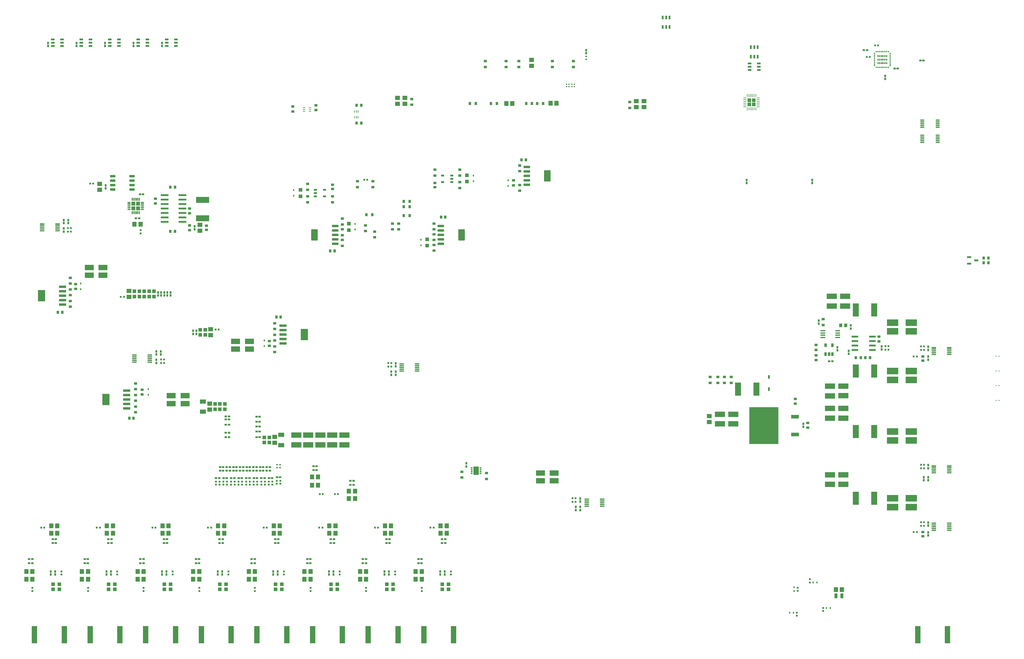
<source format=gbr>
%TF.GenerationSoftware,Altium Limited,Altium Designer,22.6.1 (34)*%
G04 Layer_Color=128*
%FSLAX26Y26*%
%MOIN*%
%TF.SameCoordinates,08F94D22-2ED8-4738-ABBF-34BB79D8E07D*%
%TF.FilePolarity,Positive*%
%TF.FileFunction,Paste,Bot*%
%TF.Part,Single*%
G01*
G75*
%TA.AperFunction,SMDPad,CuDef*%
%ADD19R,0.035433X0.027559*%
%ADD21R,0.025984X0.024409*%
%ADD26R,0.023228X0.024409*%
%ADD27R,0.029528X0.035433*%
%ADD29R,0.021654X0.017716*%
%ADD36R,0.024409X0.025984*%
%ADD37R,0.027559X0.035433*%
%ADD41R,0.055118X0.045276*%
%ADD45R,0.037402X0.031496*%
%ADD46O,0.053150X0.011811*%
G04:AMPARAMS|DCode=50|XSize=21.654mil|YSize=31.496mil|CornerRadius=1.949mil|HoleSize=0mil|Usage=FLASHONLY|Rotation=90.000|XOffset=0mil|YOffset=0mil|HoleType=Round|Shape=RoundedRectangle|*
%AMROUNDEDRECTD50*
21,1,0.021654,0.027599,0,0,90.0*
21,1,0.017756,0.031496,0,0,90.0*
1,1,0.003898,0.013799,0.008878*
1,1,0.003898,0.013799,-0.008878*
1,1,0.003898,-0.013799,-0.008878*
1,1,0.003898,-0.013799,0.008878*
%
%ADD50ROUNDEDRECTD50*%
%ADD52R,0.023622X0.021654*%
%TA.AperFunction,ConnectorPad*%
%ADD57R,0.062992X0.192913*%
%TA.AperFunction,SMDPad,CuDef*%
%ADD68R,0.035433X0.029528*%
%ADD72R,0.049213X0.023622*%
%ADD73R,0.026000X0.009000*%
%ADD76R,0.031496X0.037402*%
%ADD83R,0.024409X0.023228*%
%ADD97R,0.039370X0.041339*%
%ADD99R,0.045276X0.055118*%
%ADD103R,0.029528X0.037008*%
%ADD185R,0.035827X0.054724*%
%ADD186R,0.016535X0.024409*%
%ADD187R,0.024409X0.016535*%
%ADD188R,0.015748X0.021654*%
G04:AMPARAMS|DCode=189|XSize=23.622mil|YSize=70.866mil|CornerRadius=2.008mil|HoleSize=0mil|Usage=FLASHONLY|Rotation=270.000|XOffset=0mil|YOffset=0mil|HoleType=Round|Shape=RoundedRectangle|*
%AMROUNDEDRECTD189*
21,1,0.023622,0.066850,0,0,270.0*
21,1,0.019606,0.070866,0,0,270.0*
1,1,0.004016,-0.033425,-0.009803*
1,1,0.004016,-0.033425,0.009803*
1,1,0.004016,0.033425,0.009803*
1,1,0.004016,0.033425,-0.009803*
%
%ADD189ROUNDEDRECTD189*%
G04:AMPARAMS|DCode=190|XSize=124.016mil|YSize=70.866mil|CornerRadius=2.126mil|HoleSize=0mil|Usage=FLASHONLY|Rotation=270.000|XOffset=0mil|YOffset=0mil|HoleType=Round|Shape=RoundedRectangle|*
%AMROUNDEDRECTD190*
21,1,0.124016,0.066614,0,0,270.0*
21,1,0.119764,0.070866,0,0,270.0*
1,1,0.004252,-0.033307,-0.059882*
1,1,0.004252,-0.033307,0.059882*
1,1,0.004252,0.033307,0.059882*
1,1,0.004252,0.033307,-0.059882*
%
%ADD190ROUNDEDRECTD190*%
G04:AMPARAMS|DCode=191|XSize=23.622mil|YSize=82.677mil|CornerRadius=2.008mil|HoleSize=0mil|Usage=FLASHONLY|Rotation=90.000|XOffset=0mil|YOffset=0mil|HoleType=Round|Shape=RoundedRectangle|*
%AMROUNDEDRECTD191*
21,1,0.023622,0.078661,0,0,90.0*
21,1,0.019606,0.082677,0,0,90.0*
1,1,0.004016,0.039331,0.009803*
1,1,0.004016,0.039331,-0.009803*
1,1,0.004016,-0.039331,-0.009803*
1,1,0.004016,-0.039331,0.009803*
%
%ADD191ROUNDEDRECTD191*%
G04:AMPARAMS|DCode=192|XSize=125.984mil|YSize=82.677mil|CornerRadius=2.067mil|HoleSize=0mil|Usage=FLASHONLY|Rotation=90.000|XOffset=0mil|YOffset=0mil|HoleType=Round|Shape=RoundedRectangle|*
%AMROUNDEDRECTD192*
21,1,0.125984,0.078543,0,0,90.0*
21,1,0.121850,0.082677,0,0,90.0*
1,1,0.004134,0.039272,0.060925*
1,1,0.004134,0.039272,-0.060925*
1,1,0.004134,-0.039272,-0.060925*
1,1,0.004134,-0.039272,0.060925*
%
%ADD192ROUNDEDRECTD192*%
%ADD193R,0.100000X0.061000*%
G04:AMPARAMS|DCode=194|XSize=11.811mil|YSize=53.15mil|CornerRadius=1.949mil|HoleSize=0mil|Usage=FLASHONLY|Rotation=270.000|XOffset=0mil|YOffset=0mil|HoleType=Round|Shape=RoundedRectangle|*
%AMROUNDEDRECTD194*
21,1,0.011811,0.049252,0,0,270.0*
21,1,0.007913,0.053150,0,0,270.0*
1,1,0.003898,-0.024626,-0.003957*
1,1,0.003898,-0.024626,0.003957*
1,1,0.003898,0.024626,0.003957*
1,1,0.003898,0.024626,-0.003957*
%
%ADD194ROUNDEDRECTD194*%
%ADD195R,0.118110X0.064961*%
%ADD196R,0.068898X0.045276*%
%ADD197R,0.326772X0.417323*%
%ADD198R,0.086614X0.041339*%
%ADD199R,0.068898X0.145669*%
%ADD200R,0.023654X0.043748*%
%ADD201R,0.128000X0.075000*%
%ADD202R,0.078000X0.022000*%
%ADD203R,0.035433X0.041339*%
G04:AMPARAMS|DCode=204|XSize=43.307mil|YSize=23.622mil|CornerRadius=2.008mil|HoleSize=0mil|Usage=FLASHONLY|Rotation=90.000|XOffset=0mil|YOffset=0mil|HoleType=Round|Shape=RoundedRectangle|*
%AMROUNDEDRECTD204*
21,1,0.043307,0.019606,0,0,90.0*
21,1,0.039291,0.023622,0,0,90.0*
1,1,0.004016,0.009803,0.019646*
1,1,0.004016,0.009803,-0.019646*
1,1,0.004016,-0.009803,-0.019646*
1,1,0.004016,-0.009803,0.019646*
%
%ADD204ROUNDEDRECTD204*%
%ADD205R,0.053150X0.015748*%
%ADD206R,0.039370X0.043307*%
%ADD207R,0.025591X0.021654*%
%ADD208R,0.015000X0.014000*%
%ADD209R,0.145669X0.068898*%
%ADD210R,0.028000X0.037000*%
%ADD211R,0.090000X0.024000*%
%ADD212R,0.037402X0.029528*%
%ADD213R,0.037000X0.028000*%
G04:AMPARAMS|DCode=214|XSize=23.622mil|YSize=57.087mil|CornerRadius=2.008mil|HoleSize=0mil|Usage=FLASHONLY|Rotation=270.000|XOffset=0mil|YOffset=0mil|HoleType=Round|Shape=RoundedRectangle|*
%AMROUNDEDRECTD214*
21,1,0.023622,0.053071,0,0,270.0*
21,1,0.019606,0.057087,0,0,270.0*
1,1,0.004016,-0.026535,-0.009803*
1,1,0.004016,-0.026535,0.009803*
1,1,0.004016,0.026535,0.009803*
1,1,0.004016,0.026535,-0.009803*
%
%ADD214ROUNDEDRECTD214*%
%ADD216R,0.035622X0.011811*%
%ADD217R,0.011811X0.035622*%
%ADD218R,0.039370X0.019685*%
%ADD219R,0.019685X0.039370*%
%ADD220O,0.009842X0.037402*%
%ADD221O,0.037402X0.009842*%
%ADD223R,0.011811X0.017716*%
%ADD224R,0.017716X0.011811*%
%ADD226R,0.009000X0.026000*%
%ADD227R,0.043307X0.043307*%
%ADD228R,0.084646X0.125984*%
%ADD229R,0.084646X0.027559*%
%ADD230R,0.063779X0.093701*%
%ADD231R,0.021654X0.013780*%
%ADD232R,0.014173X0.009842*%
%TA.AperFunction,NonConductor*%
%ADD242R,0.042520X0.042520*%
%ADD243R,0.011811X0.023622*%
%TA.AperFunction,SMDPad,CuDef*%
%ADD244R,0.001000X0.001000*%
G36*
X1941063Y4931063D02*
Y4887756D01*
X1897756D01*
Y4931063D01*
X1941063D01*
D02*
G37*
G36*
Y4982244D02*
Y4938937D01*
X1897756D01*
Y4982244D01*
X1941063D01*
D02*
G37*
G36*
X1992244Y4931063D02*
Y4887756D01*
X1948937D01*
Y4931063D01*
X1992244D01*
D02*
G37*
G36*
Y4982244D02*
Y4938937D01*
X1948937D01*
Y4982244D01*
X1992244D01*
D02*
G37*
D19*
X3710000Y6052559D02*
D03*
Y5997441D02*
D03*
X6190000Y5222598D02*
D03*
Y5167480D02*
D03*
X2016732Y2871142D02*
D03*
Y2816024D02*
D03*
X9495000Y2497559D02*
D03*
Y2442441D02*
D03*
X9355000Y2767559D02*
D03*
Y2712441D02*
D03*
X10295000Y3412441D02*
D03*
Y3467559D02*
D03*
X9590000Y3202441D02*
D03*
Y3257559D02*
D03*
Y3317441D02*
D03*
Y3372559D02*
D03*
X3970000Y6012441D02*
D03*
Y6067559D02*
D03*
X1270000Y4002441D02*
D03*
Y4057559D02*
D03*
X3445000Y3362441D02*
D03*
Y3417559D02*
D03*
D21*
X9772323Y3190000D02*
D03*
X9737677D02*
D03*
X4762677Y1145000D02*
D03*
X4797323D02*
D03*
X4762677Y1190000D02*
D03*
X4797323D02*
D03*
X4532323Y920000D02*
D03*
X4497677D02*
D03*
X4532323Y965000D02*
D03*
X4497677D02*
D03*
X5387677Y1190000D02*
D03*
X5422323D02*
D03*
X5387677Y1145000D02*
D03*
X5422323D02*
D03*
X5157323Y920000D02*
D03*
X5122677D02*
D03*
X5157323Y965000D02*
D03*
X5122677D02*
D03*
X1992677Y5065000D02*
D03*
X2027323D02*
D03*
X1982323Y4795000D02*
D03*
X1947677D02*
D03*
X10162323Y6685000D02*
D03*
X10127677D02*
D03*
X10797323Y6571000D02*
D03*
X10762677D02*
D03*
X10472677Y6480000D02*
D03*
X10507323D02*
D03*
X3477323Y1875000D02*
D03*
X3442677D02*
D03*
X3392323D02*
D03*
X3357677D02*
D03*
X3307323D02*
D03*
X3272677D02*
D03*
X3872677Y965000D02*
D03*
X3907323D02*
D03*
X4172323Y1190000D02*
D03*
X4137677D02*
D03*
X3872677Y920000D02*
D03*
X3907323D02*
D03*
X4172323Y1145000D02*
D03*
X4137677D02*
D03*
X3222323Y1875000D02*
D03*
X3187677D02*
D03*
X3247677Y920000D02*
D03*
X3282323D02*
D03*
X3547323Y1190000D02*
D03*
X3512677D02*
D03*
X3247677Y965000D02*
D03*
X3282323D02*
D03*
X3547323Y1145000D02*
D03*
X3512677D02*
D03*
X3137323Y1875000D02*
D03*
X3102677D02*
D03*
X2922323Y1145000D02*
D03*
X2887677D02*
D03*
X2622677Y920000D02*
D03*
X2657323D02*
D03*
X2922323Y1190000D02*
D03*
X2887677D02*
D03*
X2622677Y965000D02*
D03*
X2657323D02*
D03*
X3052323Y1875000D02*
D03*
X3017677D02*
D03*
X2297323Y1190000D02*
D03*
X2262677D02*
D03*
X2297323Y1145000D02*
D03*
X2262677D02*
D03*
X1997677Y965000D02*
D03*
X2032323D02*
D03*
X1997677Y920000D02*
D03*
X2032323D02*
D03*
X2967323Y1875000D02*
D03*
X2932677D02*
D03*
X1672323Y1145000D02*
D03*
X1637677D02*
D03*
X1372677Y965000D02*
D03*
X1407323D02*
D03*
X1372677Y920000D02*
D03*
X1407323D02*
D03*
X1672323Y1190000D02*
D03*
X1637677D02*
D03*
X2882323Y1875000D02*
D03*
X2847677D02*
D03*
X1047323Y1145000D02*
D03*
X1012677D02*
D03*
X1047323Y1190000D02*
D03*
X1012677D02*
D03*
X747677Y965000D02*
D03*
X782323D02*
D03*
X747677Y920000D02*
D03*
X782323D02*
D03*
X3532677Y1885000D02*
D03*
X3567323D02*
D03*
X3977323Y1965000D02*
D03*
X3942677D02*
D03*
X4357677Y1800000D02*
D03*
X4392323D02*
D03*
X3977323Y2010000D02*
D03*
X3942677D02*
D03*
X4357677Y1845000D02*
D03*
X4392323D02*
D03*
X3337323Y2565000D02*
D03*
X3302677D02*
D03*
X3337323Y2335000D02*
D03*
X3302677D02*
D03*
X3337323Y2400000D02*
D03*
X3302677D02*
D03*
X3337323Y2455000D02*
D03*
X3302677D02*
D03*
X3337323Y2510000D02*
D03*
X3302677D02*
D03*
X2957677Y2475000D02*
D03*
X2992323D02*
D03*
X2957677Y2535000D02*
D03*
X2992323D02*
D03*
X2957677Y2570000D02*
D03*
X2992323D02*
D03*
X2957677Y2335000D02*
D03*
X2992323D02*
D03*
X2957677Y2385000D02*
D03*
X2992323D02*
D03*
D26*
X4512087Y5230000D02*
D03*
X4547913D02*
D03*
X2842087Y3545000D02*
D03*
X2877913D02*
D03*
X10722913Y3243622D02*
D03*
X10687087D02*
D03*
X10722913Y1268622D02*
D03*
X10687087D02*
D03*
X4667913Y1320000D02*
D03*
X4632087D02*
D03*
X5292913D02*
D03*
X5257087D02*
D03*
X1432087Y5185000D02*
D03*
X1467913D02*
D03*
X4007087Y1320000D02*
D03*
X4042913D02*
D03*
X3382087D02*
D03*
X3417913D02*
D03*
X2132087D02*
D03*
X2167913D02*
D03*
X2757087D02*
D03*
X2792913D02*
D03*
X1507087D02*
D03*
X1542913D02*
D03*
X882087D02*
D03*
X917913D02*
D03*
X4047913Y1695000D02*
D03*
X4012087D02*
D03*
X4217913D02*
D03*
X4182087D02*
D03*
X1777087Y3912535D02*
D03*
X1812913D02*
D03*
D27*
X6281378Y5452480D02*
D03*
X6328622D02*
D03*
X1873110Y2548583D02*
D03*
X1920354D02*
D03*
X5376378Y4810000D02*
D03*
X5423622D02*
D03*
X4178622Y4430000D02*
D03*
X4131378D02*
D03*
X1118622Y3740000D02*
D03*
X1071378D02*
D03*
X3573622Y3685000D02*
D03*
X3526378D02*
D03*
D29*
X7005000Y6617717D02*
D03*
Y6582283D02*
D03*
X3567000Y1992284D02*
D03*
Y2027717D02*
D03*
X3532000Y1992284D02*
D03*
Y2027717D02*
D03*
D36*
X2176732Y3171260D02*
D03*
Y3205905D02*
D03*
X2226732Y3300905D02*
D03*
Y3266260D02*
D03*
X2176732Y3300905D02*
D03*
Y3266260D02*
D03*
X10800000Y1887323D02*
D03*
Y1852677D02*
D03*
X2590000Y3497677D02*
D03*
Y3532323D02*
D03*
X2625000Y3497677D02*
D03*
Y3532323D02*
D03*
X2300000Y3963323D02*
D03*
Y3928677D02*
D03*
X9445000Y2487323D02*
D03*
Y2452677D02*
D03*
X10325000Y3357323D02*
D03*
Y3322677D02*
D03*
X10850000Y2022323D02*
D03*
Y1987677D02*
D03*
X9955000Y3272677D02*
D03*
Y3307323D02*
D03*
X9830000Y3312677D02*
D03*
Y3347323D02*
D03*
X10850000Y3207677D02*
D03*
Y3242323D02*
D03*
Y3352323D02*
D03*
Y3317677D02*
D03*
X9620000Y3647323D02*
D03*
Y3612677D02*
D03*
X9980000Y3557677D02*
D03*
Y3592323D02*
D03*
X10850000Y1852677D02*
D03*
Y1887323D02*
D03*
Y1377323D02*
D03*
Y1342677D02*
D03*
Y1267323D02*
D03*
Y1232677D02*
D03*
X6890000Y1517677D02*
D03*
Y1552323D02*
D03*
X6940000Y1517677D02*
D03*
Y1552323D02*
D03*
Y1647323D02*
D03*
Y1612677D02*
D03*
X4740000Y827323D02*
D03*
Y792677D02*
D03*
X4790000Y827323D02*
D03*
Y792677D02*
D03*
X5365000Y827323D02*
D03*
Y792677D02*
D03*
X5415000Y827323D02*
D03*
Y792677D02*
D03*
X9545000Y5192677D02*
D03*
Y5227323D02*
D03*
X8810000Y5192677D02*
D03*
Y5227323D02*
D03*
X2605000Y4707323D02*
D03*
Y4672677D02*
D03*
X1605000Y5167323D02*
D03*
Y5132677D02*
D03*
X1600000Y6767323D02*
D03*
Y6732677D02*
D03*
X2240000D02*
D03*
Y6767323D02*
D03*
X1920000D02*
D03*
Y6732677D02*
D03*
X1280000Y6767323D02*
D03*
Y6732677D02*
D03*
X960000Y6767323D02*
D03*
Y6732677D02*
D03*
X7005000Y6652677D02*
D03*
Y6687323D02*
D03*
X10365000Y6397323D02*
D03*
Y6362677D02*
D03*
X4165000Y792677D02*
D03*
Y827323D02*
D03*
X4115000Y792677D02*
D03*
Y827323D02*
D03*
X3490000Y792677D02*
D03*
Y827323D02*
D03*
X3540000Y792677D02*
D03*
Y827323D02*
D03*
X2240000Y792677D02*
D03*
Y827323D02*
D03*
X2865000Y792677D02*
D03*
Y827323D02*
D03*
X2915000Y792677D02*
D03*
Y827323D02*
D03*
X2290000Y792677D02*
D03*
Y827323D02*
D03*
X1665000Y792677D02*
D03*
Y827323D02*
D03*
X1615000Y792677D02*
D03*
Y827323D02*
D03*
X990000Y792677D02*
D03*
Y827323D02*
D03*
X1040000Y792677D02*
D03*
Y827323D02*
D03*
X2335000Y3928677D02*
D03*
Y3963323D02*
D03*
X2265000Y3928677D02*
D03*
Y3963323D02*
D03*
X2230000Y3928677D02*
D03*
Y3963323D02*
D03*
X2195000Y3928677D02*
D03*
Y3963323D02*
D03*
X1185000Y4742677D02*
D03*
Y4777323D02*
D03*
X1135000Y4682323D02*
D03*
Y4647677D02*
D03*
Y4742677D02*
D03*
Y4777323D02*
D03*
X4865000Y3132677D02*
D03*
Y3167323D02*
D03*
Y3072323D02*
D03*
Y3037677D02*
D03*
X4815000Y3072323D02*
D03*
Y3037677D02*
D03*
X5660000Y2042323D02*
D03*
Y2007677D02*
D03*
D37*
X10092559Y3230000D02*
D03*
X10037441D02*
D03*
X10197559D02*
D03*
X10142441D02*
D03*
X4480118Y5865000D02*
D03*
X4425000D02*
D03*
X4480118Y6065000D02*
D03*
X4425000D02*
D03*
D41*
X4885000Y6148465D02*
D03*
Y6081535D02*
D03*
X4970000Y6148465D02*
D03*
Y6081535D02*
D03*
X2785000Y3481535D02*
D03*
Y3548465D02*
D03*
X2775000Y2713465D02*
D03*
Y2646535D02*
D03*
X8390000Y2506535D02*
D03*
Y2573465D02*
D03*
X2665000Y4723465D02*
D03*
Y4656535D02*
D03*
X1540000Y5183465D02*
D03*
Y5116535D02*
D03*
X1870000Y3979465D02*
D03*
Y3912535D02*
D03*
X3505000Y2338465D02*
D03*
Y2271535D02*
D03*
X6391614Y6508268D02*
D03*
Y6575197D02*
D03*
X7570000Y6046535D02*
D03*
Y6113465D02*
D03*
X7655000Y6046535D02*
D03*
Y6113465D02*
D03*
D45*
X6108189Y6562480D02*
D03*
Y6497520D02*
D03*
X6260000Y5169961D02*
D03*
Y5105000D02*
D03*
Y5325000D02*
D03*
Y5389961D02*
D03*
X4610000Y5147520D02*
D03*
Y5212480D02*
D03*
X4435000Y5147520D02*
D03*
Y5212480D02*
D03*
X1941732Y2616102D02*
D03*
Y2681063D02*
D03*
Y2941063D02*
D03*
Y2876102D02*
D03*
Y2746102D02*
D03*
Y2811063D02*
D03*
X5045000Y6137480D02*
D03*
Y6072520D02*
D03*
X8635000Y3012480D02*
D03*
Y2947520D02*
D03*
X8400000D02*
D03*
Y3012480D02*
D03*
X8485000D02*
D03*
Y2947520D02*
D03*
X8560000Y3012480D02*
D03*
Y2947520D02*
D03*
X9670000Y3662480D02*
D03*
Y3597520D02*
D03*
X4630000Y4647480D02*
D03*
Y4582520D02*
D03*
X4525000Y4717480D02*
D03*
Y4652520D02*
D03*
X4900000Y4737480D02*
D03*
Y4672520D02*
D03*
X4830000Y4737480D02*
D03*
Y4672520D02*
D03*
X6249921Y6497520D02*
D03*
Y6562480D02*
D03*
X6864016Y6497520D02*
D03*
Y6562480D02*
D03*
X6627835Y6497520D02*
D03*
Y6562480D02*
D03*
X5871968Y6497520D02*
D03*
Y6562480D02*
D03*
X7495000Y6037520D02*
D03*
Y6102480D02*
D03*
X5585000Y5342480D02*
D03*
Y5277520D02*
D03*
Y5137520D02*
D03*
Y5202480D02*
D03*
X5305000Y5342480D02*
D03*
Y5277520D02*
D03*
X3875000Y5182480D02*
D03*
Y5117520D02*
D03*
X4155000Y4977520D02*
D03*
Y5042480D02*
D03*
X3875000Y4977520D02*
D03*
Y5042480D02*
D03*
X5295000Y4432520D02*
D03*
Y4497480D02*
D03*
Y4617480D02*
D03*
Y4552520D02*
D03*
Y4737480D02*
D03*
Y4672520D02*
D03*
X4265000Y4607520D02*
D03*
Y4672480D02*
D03*
Y4487520D02*
D03*
Y4552480D02*
D03*
Y4792480D02*
D03*
Y4727520D02*
D03*
X1210000Y4127480D02*
D03*
Y4062520D02*
D03*
Y3802520D02*
D03*
Y3867480D02*
D03*
Y3932520D02*
D03*
Y3997480D02*
D03*
X3505000Y3617480D02*
D03*
Y3552520D02*
D03*
Y3292520D02*
D03*
Y3357480D02*
D03*
Y3487480D02*
D03*
Y3422520D02*
D03*
X5610000Y1947480D02*
D03*
Y1882520D02*
D03*
X5885000Y1932480D02*
D03*
Y1867520D02*
D03*
D46*
X10957598Y5729370D02*
D03*
Y5709685D02*
D03*
Y5690000D02*
D03*
Y5670315D02*
D03*
Y5650630D02*
D03*
X10782401Y5729370D02*
D03*
Y5709685D02*
D03*
Y5690000D02*
D03*
Y5670315D02*
D03*
Y5650630D02*
D03*
X10957598Y5899370D02*
D03*
Y5879685D02*
D03*
Y5860000D02*
D03*
Y5840315D02*
D03*
Y5820630D02*
D03*
X10782401Y5899370D02*
D03*
Y5879685D02*
D03*
Y5860000D02*
D03*
Y5840315D02*
D03*
Y5820630D02*
D03*
D50*
X4065197Y5042598D02*
D03*
Y5117401D02*
D03*
X3964803D02*
D03*
Y5080000D02*
D03*
Y5042598D02*
D03*
X5495197Y5277402D02*
D03*
Y5240000D02*
D03*
Y5202599D02*
D03*
X5394803D02*
D03*
Y5277402D02*
D03*
D52*
X2263465Y3208583D02*
D03*
X2230000D02*
D03*
X2263465Y3168583D02*
D03*
X2230000D02*
D03*
X10401732Y3320000D02*
D03*
X10368268D02*
D03*
X10401732Y3360000D02*
D03*
X10368268D02*
D03*
X10768268Y2025000D02*
D03*
X10801732D02*
D03*
X10768268Y1985000D02*
D03*
X10801732D02*
D03*
X10768268Y3315000D02*
D03*
X10801732D02*
D03*
X10768268Y3355000D02*
D03*
X10801732D02*
D03*
X10768268Y1380000D02*
D03*
X10801732D02*
D03*
X10768268Y1340000D02*
D03*
X10801732D02*
D03*
X6853268Y1650000D02*
D03*
X6886732D02*
D03*
X6853268Y1610000D02*
D03*
X6886732D02*
D03*
X10158268Y6610000D02*
D03*
X10191732D02*
D03*
X10253268Y6740000D02*
D03*
X10286732D02*
D03*
X1183268Y4645000D02*
D03*
X1216732D02*
D03*
X1183268Y4685000D02*
D03*
X1216732D02*
D03*
X4816732Y3170000D02*
D03*
X4783268D02*
D03*
X4816732Y3130000D02*
D03*
X4783268D02*
D03*
D57*
X10732677Y115764D02*
D03*
X4557677D02*
D03*
X4892323D02*
D03*
X5182677D02*
D03*
X5517323D02*
D03*
X11067323D02*
D03*
X4267323D02*
D03*
X3932677D02*
D03*
X3642323D02*
D03*
X3307677D02*
D03*
X3017323D02*
D03*
X2682677D02*
D03*
X2392323D02*
D03*
X2057677D02*
D03*
X1767323D02*
D03*
X1432677D02*
D03*
X1142323D02*
D03*
X807677D02*
D03*
D68*
X4155000Y5173622D02*
D03*
Y5126378D02*
D03*
X10790000Y3196378D02*
D03*
Y3243622D02*
D03*
Y1268622D02*
D03*
Y1221378D02*
D03*
X2740000Y4713622D02*
D03*
Y4666378D02*
D03*
X5305000Y5193622D02*
D03*
Y5146378D02*
D03*
D72*
X11391339Y4323228D02*
D03*
X11308661Y4360630D02*
D03*
Y4285827D02*
D03*
D73*
X3837500Y6039685D02*
D03*
Y6020000D02*
D03*
Y6000315D02*
D03*
X3902500D02*
D03*
Y6020000D02*
D03*
Y6039685D02*
D03*
D76*
X5700748Y6085000D02*
D03*
X5765709D02*
D03*
X6456732D02*
D03*
X6521693D02*
D03*
X4957520Y4985000D02*
D03*
X5022480D02*
D03*
X4602480Y4835315D02*
D03*
X4537520D02*
D03*
X4957520Y4825000D02*
D03*
X5022480D02*
D03*
X4957520Y4925000D02*
D03*
X5022480D02*
D03*
X6332520Y6085000D02*
D03*
X6397480D02*
D03*
X6002480D02*
D03*
X5937520D02*
D03*
D83*
X9670866Y417126D02*
D03*
Y381299D02*
D03*
X9521417Y703740D02*
D03*
Y739567D02*
D03*
X9383858Y608661D02*
D03*
Y644488D02*
D03*
X9372047Y363976D02*
D03*
Y328150D02*
D03*
X4533465Y642913D02*
D03*
Y607087D02*
D03*
X3908465D02*
D03*
Y642913D02*
D03*
X3283465Y607087D02*
D03*
Y642913D02*
D03*
X2658465Y607087D02*
D03*
Y642913D02*
D03*
X2033465Y607087D02*
D03*
Y642913D02*
D03*
X1408465Y607087D02*
D03*
Y642913D02*
D03*
X783465Y607087D02*
D03*
Y642913D02*
D03*
X4860000Y792087D02*
D03*
Y827913D02*
D03*
X3480000Y1802087D02*
D03*
Y1837913D02*
D03*
X2885000Y1802087D02*
D03*
Y1837913D02*
D03*
X5485000Y792087D02*
D03*
Y827913D02*
D03*
X5158465Y642913D02*
D03*
Y607087D02*
D03*
X2000000Y4627087D02*
D03*
Y4662913D02*
D03*
X3440000Y1802087D02*
D03*
Y1837913D02*
D03*
X3395000D02*
D03*
Y1802087D02*
D03*
X3355000D02*
D03*
Y1837913D02*
D03*
X3270000Y1802087D02*
D03*
Y1837913D02*
D03*
X3310000D02*
D03*
Y1802087D02*
D03*
X4235000Y827913D02*
D03*
Y792087D02*
D03*
X3225000Y1837913D02*
D03*
Y1802087D02*
D03*
X3185000D02*
D03*
Y1837913D02*
D03*
X3610000Y827913D02*
D03*
Y792087D02*
D03*
X3100000Y1802087D02*
D03*
Y1837913D02*
D03*
X3140000D02*
D03*
Y1802087D02*
D03*
X2985000Y827913D02*
D03*
Y792087D02*
D03*
X3015000Y1802087D02*
D03*
Y1837913D02*
D03*
X3055000D02*
D03*
Y1802087D02*
D03*
X2360000Y827913D02*
D03*
Y792087D02*
D03*
X2970000Y1837913D02*
D03*
Y1802087D02*
D03*
X2930000D02*
D03*
Y1837913D02*
D03*
X1735000Y827913D02*
D03*
Y792087D02*
D03*
X2845000Y1802087D02*
D03*
Y1837913D02*
D03*
X1110000Y827913D02*
D03*
Y792087D02*
D03*
X3570000Y1812087D02*
D03*
Y1847913D02*
D03*
X3530000D02*
D03*
Y1812087D02*
D03*
D97*
X2670000Y3544528D02*
D03*
Y3485472D02*
D03*
X2725000Y3544528D02*
D03*
Y3485472D02*
D03*
X2945000Y2709528D02*
D03*
Y2650472D02*
D03*
X2890000Y2709528D02*
D03*
Y2650472D02*
D03*
X2835000Y2709528D02*
D03*
Y2650472D02*
D03*
X1930000Y3916472D02*
D03*
Y3975528D02*
D03*
X2150000Y3916472D02*
D03*
Y3975528D02*
D03*
X2095000Y3916472D02*
D03*
Y3975528D02*
D03*
X2040000D02*
D03*
Y3916472D02*
D03*
X1985000Y3975528D02*
D03*
Y3916472D02*
D03*
X3445000Y2334528D02*
D03*
Y2275472D02*
D03*
X3390000Y2334528D02*
D03*
Y2275472D02*
D03*
D99*
X9813110Y621417D02*
D03*
X9880039D02*
D03*
X4746535Y1340000D02*
D03*
X4813465D02*
D03*
X4746535Y1255000D02*
D03*
X4813465D02*
D03*
X4533465Y825000D02*
D03*
X4466535D02*
D03*
X4533465Y740000D02*
D03*
X4466535D02*
D03*
X5371535Y1255000D02*
D03*
X5438465D02*
D03*
X5371535Y1340000D02*
D03*
X5438465D02*
D03*
X5158465Y740000D02*
D03*
X5091535D02*
D03*
X5158465Y825000D02*
D03*
X5091535D02*
D03*
X1998465Y4730000D02*
D03*
X1931535D02*
D03*
X3841535Y825000D02*
D03*
X3908465D02*
D03*
X4188465Y1255000D02*
D03*
X4121535D02*
D03*
X3841535Y740000D02*
D03*
X3908465D02*
D03*
X4188465Y1340000D02*
D03*
X4121535D02*
D03*
X3216535Y825000D02*
D03*
X3283465D02*
D03*
X3216535Y740000D02*
D03*
X3283465D02*
D03*
X3563465Y1255000D02*
D03*
X3496535D02*
D03*
X3563465Y1340000D02*
D03*
X3496535D02*
D03*
X2591535Y825000D02*
D03*
X2658465D02*
D03*
X2938465Y1255000D02*
D03*
X2871535D02*
D03*
X2938465Y1340000D02*
D03*
X2871535D02*
D03*
X2591535Y740000D02*
D03*
X2658465D02*
D03*
X1966535Y825000D02*
D03*
X2033465D02*
D03*
X2313465Y1340000D02*
D03*
X2246535D02*
D03*
X2313465Y1255000D02*
D03*
X2246535D02*
D03*
X1966535Y740000D02*
D03*
X2033465D02*
D03*
X1341535Y825000D02*
D03*
X1408465D02*
D03*
X1688465Y1255000D02*
D03*
X1621535D02*
D03*
X1341535Y740000D02*
D03*
X1408465D02*
D03*
X1688465Y1340000D02*
D03*
X1621535D02*
D03*
X1063465Y1255000D02*
D03*
X996535D02*
D03*
X1063465Y1340000D02*
D03*
X996535D02*
D03*
X716535Y825000D02*
D03*
X783465D02*
D03*
X716535Y740000D02*
D03*
X783465D02*
D03*
X3993465Y1795000D02*
D03*
X3926535D02*
D03*
X4341535Y1730000D02*
D03*
X4408465D02*
D03*
X3993465Y1890000D02*
D03*
X3926535D02*
D03*
X4341535Y1645000D02*
D03*
X4408465D02*
D03*
X6606168Y6090000D02*
D03*
X6673098D02*
D03*
X6110148Y6085000D02*
D03*
X6177078D02*
D03*
D103*
X11527559Y4295732D02*
D03*
X11472441D02*
D03*
X11527559Y4350744D02*
D03*
X11472441D02*
D03*
D185*
X9878858Y551418D02*
D03*
X9814291D02*
D03*
D186*
X9706693Y416535D02*
D03*
X9750000D02*
D03*
X9336220Y363386D02*
D03*
X9292913D02*
D03*
X9557480Y704331D02*
D03*
X9600787D02*
D03*
D187*
X9344488Y604921D02*
D03*
Y648228D02*
D03*
D188*
X6130000Y5160984D02*
D03*
Y5223976D02*
D03*
X2086732Y2812086D02*
D03*
Y2875079D02*
D03*
X5740000Y5276496D02*
D03*
Y5213504D02*
D03*
X3720000Y5048504D02*
D03*
Y5111496D02*
D03*
X5150000Y4556496D02*
D03*
Y4493504D02*
D03*
X4410000Y4668504D02*
D03*
Y4731496D02*
D03*
X1325000Y3998504D02*
D03*
Y4061496D02*
D03*
X3390000Y3421496D02*
D03*
Y3358504D02*
D03*
D189*
X6339842Y5172480D02*
D03*
Y5222480D02*
D03*
Y5272480D02*
D03*
Y5322480D02*
D03*
Y5372480D02*
D03*
X4185158Y4710000D02*
D03*
Y4660000D02*
D03*
Y4610000D02*
D03*
Y4560000D02*
D03*
Y4510000D02*
D03*
X5374842D02*
D03*
Y4560000D02*
D03*
Y4610000D02*
D03*
Y4660000D02*
D03*
Y4710000D02*
D03*
D190*
X6570158Y5272480D02*
D03*
X3954843Y4610000D02*
D03*
X5605158D02*
D03*
D191*
X1843858Y2858583D02*
D03*
Y2808583D02*
D03*
Y2758583D02*
D03*
Y2708583D02*
D03*
Y2658583D02*
D03*
X1122126Y3825000D02*
D03*
Y3875000D02*
D03*
Y3925000D02*
D03*
Y3975000D02*
D03*
Y4025000D02*
D03*
D192*
X1609606Y2758583D02*
D03*
X887874Y3925000D02*
D03*
D193*
X2343732Y2714083D02*
D03*
Y2803083D02*
D03*
X2499732D02*
D03*
Y2714083D02*
D03*
X1578000Y4155500D02*
D03*
Y4244500D02*
D03*
X1422000D02*
D03*
Y4155500D02*
D03*
X3067000Y3414500D02*
D03*
Y3325500D02*
D03*
X3223000D02*
D03*
Y3414500D02*
D03*
X6492000Y1934500D02*
D03*
Y1845500D02*
D03*
X6648000D02*
D03*
Y1934500D02*
D03*
D194*
X1929134Y3257953D02*
D03*
Y3238268D02*
D03*
Y3218583D02*
D03*
Y3198898D02*
D03*
X2104331Y3257953D02*
D03*
Y3238268D02*
D03*
Y3218583D02*
D03*
Y3198898D02*
D03*
X1929134Y3179213D02*
D03*
X2104331D02*
D03*
X11087598Y3265630D02*
D03*
Y3285315D02*
D03*
Y3305000D02*
D03*
Y3324685D02*
D03*
X10912401Y3265630D02*
D03*
Y3285315D02*
D03*
Y3305000D02*
D03*
Y3324685D02*
D03*
X11087598Y3344370D02*
D03*
X10912401D02*
D03*
Y1290630D02*
D03*
X11087598D02*
D03*
Y1310315D02*
D03*
Y1330000D02*
D03*
Y1349685D02*
D03*
X10912401Y1310315D02*
D03*
Y1330000D02*
D03*
Y1349685D02*
D03*
X11087598Y1369370D02*
D03*
X10912401D02*
D03*
X11087598Y1935630D02*
D03*
Y1955315D02*
D03*
Y1975000D02*
D03*
Y1994685D02*
D03*
X10912401Y1935630D02*
D03*
Y1955315D02*
D03*
Y1975000D02*
D03*
Y1994685D02*
D03*
X11087598Y2014370D02*
D03*
X10912401D02*
D03*
X7187598Y1560630D02*
D03*
Y1580315D02*
D03*
Y1600000D02*
D03*
Y1619685D02*
D03*
X7012401Y1560630D02*
D03*
Y1580315D02*
D03*
Y1600000D02*
D03*
Y1619685D02*
D03*
X7187598Y1639370D02*
D03*
X7012401D02*
D03*
X1067599Y4655630D02*
D03*
X892402D02*
D03*
X1067599Y4675315D02*
D03*
Y4695000D02*
D03*
Y4714685D02*
D03*
Y4734370D02*
D03*
X892402Y4675315D02*
D03*
Y4695000D02*
D03*
Y4714685D02*
D03*
Y4734370D02*
D03*
X4932401Y3159370D02*
D03*
X5107598D02*
D03*
X4932401Y3139685D02*
D03*
Y3120000D02*
D03*
Y3100315D02*
D03*
Y3080630D02*
D03*
X5107598Y3139685D02*
D03*
Y3120000D02*
D03*
Y3100315D02*
D03*
Y3080630D02*
D03*
D195*
X9745000Y2909134D02*
D03*
X4288268Y2250866D02*
D03*
Y2359134D02*
D03*
X3748268Y2250866D02*
D03*
Y2359134D02*
D03*
X3883268Y2250866D02*
D03*
Y2359134D02*
D03*
X4018268Y2250866D02*
D03*
Y2359134D02*
D03*
X4153268Y2250866D02*
D03*
Y2359134D02*
D03*
X8660000Y2485866D02*
D03*
Y2594134D02*
D03*
X8510000Y2485866D02*
D03*
Y2594134D02*
D03*
X9895000Y2801732D02*
D03*
Y2910000D02*
D03*
Y2659134D02*
D03*
Y2550866D02*
D03*
Y1914134D02*
D03*
Y1805866D02*
D03*
X9916000Y3918268D02*
D03*
Y3810000D02*
D03*
X9766000Y3918268D02*
D03*
Y3810000D02*
D03*
X9745000Y1914134D02*
D03*
Y1805866D02*
D03*
Y2659134D02*
D03*
Y2550866D02*
D03*
Y2800866D02*
D03*
D196*
X3580000Y2362087D02*
D03*
Y2247913D02*
D03*
X2700000Y2622913D02*
D03*
Y2737087D02*
D03*
D197*
X9003858Y2465000D02*
D03*
D198*
X9354252Y2365000D02*
D03*
Y2565000D02*
D03*
D199*
X8918346Y2875000D02*
D03*
X8711654D02*
D03*
X10243346Y3080000D02*
D03*
X10036654D02*
D03*
X10243346Y2400000D02*
D03*
X10036654D02*
D03*
X10243346Y1650000D02*
D03*
X10036654D02*
D03*
X10243346Y3765000D02*
D03*
X10036654D02*
D03*
D200*
X9060000Y2877087D02*
D03*
Y3012913D02*
D03*
D201*
X10451500Y2300500D02*
D03*
Y2399500D02*
D03*
X10658500D02*
D03*
Y2300500D02*
D03*
Y2980500D02*
D03*
Y3079500D02*
D03*
X10451500D02*
D03*
Y2980500D02*
D03*
Y3525500D02*
D03*
Y3624500D02*
D03*
X10658500D02*
D03*
Y3525500D02*
D03*
Y1550500D02*
D03*
Y1649500D02*
D03*
X10451500D02*
D03*
Y1550500D02*
D03*
D202*
X10222000Y3415000D02*
D03*
X10028000D02*
D03*
X10222000Y3315000D02*
D03*
Y3365000D02*
D03*
Y3465000D02*
D03*
X10028000D02*
D03*
Y3365000D02*
D03*
Y3315000D02*
D03*
D203*
X9923543Y3592323D02*
D03*
X9866457D02*
D03*
D204*
X9697598Y3268819D02*
D03*
X9772402Y3371181D02*
D03*
X9697598D02*
D03*
X9735000Y3268819D02*
D03*
X9772402D02*
D03*
D205*
X9834646Y3456614D02*
D03*
X9665354Y3533386D02*
D03*
Y3507795D02*
D03*
Y3482205D02*
D03*
Y3456614D02*
D03*
X9834646Y3482205D02*
D03*
Y3507795D02*
D03*
Y3533386D02*
D03*
D206*
X4835000Y683543D02*
D03*
Y626457D02*
D03*
X4765000Y683543D02*
D03*
Y626457D02*
D03*
X5390000Y683543D02*
D03*
Y626457D02*
D03*
X5460000Y683543D02*
D03*
Y626457D02*
D03*
X4210000D02*
D03*
Y683543D02*
D03*
X4140000Y626457D02*
D03*
Y683543D02*
D03*
X3585000Y626457D02*
D03*
Y683543D02*
D03*
X3515000Y626457D02*
D03*
Y683543D02*
D03*
X2890000Y626457D02*
D03*
Y683543D02*
D03*
X2960000Y626457D02*
D03*
Y683543D02*
D03*
X2265000Y626457D02*
D03*
Y683543D02*
D03*
X2335000Y626457D02*
D03*
Y683543D02*
D03*
X1640000Y626457D02*
D03*
Y683543D02*
D03*
X1710000Y626457D02*
D03*
Y683543D02*
D03*
X1085000Y626457D02*
D03*
Y683543D02*
D03*
X1015000Y626457D02*
D03*
Y683543D02*
D03*
D207*
X3268000Y1960315D02*
D03*
Y1999685D02*
D03*
X3343000Y1960315D02*
D03*
Y1999685D02*
D03*
X3002000Y1960315D02*
D03*
Y1999685D02*
D03*
X3418000Y1960315D02*
D03*
Y1999685D02*
D03*
X3452000D02*
D03*
Y1960315D02*
D03*
X3377000Y1999685D02*
D03*
Y1960315D02*
D03*
X3302000Y1999685D02*
D03*
Y1960315D02*
D03*
X3227000Y1999685D02*
D03*
Y1960315D02*
D03*
X3193000Y1999685D02*
D03*
Y1960315D02*
D03*
X3152000Y1999685D02*
D03*
Y1960315D02*
D03*
X3118000Y1999685D02*
D03*
Y1960315D02*
D03*
X3077000Y1999685D02*
D03*
Y1960315D02*
D03*
X3043000Y1999685D02*
D03*
Y1960315D02*
D03*
X2968000Y1999685D02*
D03*
Y1960315D02*
D03*
X2927000Y1999685D02*
D03*
Y1960315D02*
D03*
X2893000Y1999685D02*
D03*
Y1960315D02*
D03*
D208*
X6872394Y6302756D02*
D03*
X6845394D02*
D03*
X6784921D02*
D03*
X6811921D02*
D03*
X6845398Y6275984D02*
D03*
X6872398D02*
D03*
X6811925D02*
D03*
X6784925D02*
D03*
D209*
X2695000Y4796654D02*
D03*
Y5003346D02*
D03*
D210*
X2333500Y5145000D02*
D03*
X2386500D02*
D03*
Y4650000D02*
D03*
X2333500D02*
D03*
D211*
X2469000Y5055000D02*
D03*
Y5005000D02*
D03*
Y4955000D02*
D03*
Y4905000D02*
D03*
Y4855000D02*
D03*
Y4805000D02*
D03*
Y4755000D02*
D03*
X2271000D02*
D03*
Y4805000D02*
D03*
Y4855000D02*
D03*
Y4905000D02*
D03*
Y4955000D02*
D03*
Y5005000D02*
D03*
Y5055000D02*
D03*
D212*
X2550000Y4664409D02*
D03*
Y4715591D02*
D03*
Y4905591D02*
D03*
Y4854409D02*
D03*
D213*
X2165000Y4963500D02*
D03*
Y5016500D02*
D03*
D214*
X1687716Y5120000D02*
D03*
Y5170000D02*
D03*
Y5220000D02*
D03*
Y5270000D02*
D03*
X1902283Y5120000D02*
D03*
Y5170000D02*
D03*
Y5220000D02*
D03*
Y5270000D02*
D03*
D216*
X2019898Y4895630D02*
D03*
Y4915315D02*
D03*
Y4935000D02*
D03*
Y4954685D02*
D03*
Y4974370D02*
D03*
X1870102D02*
D03*
Y4954685D02*
D03*
Y4935000D02*
D03*
Y4915315D02*
D03*
Y4895630D02*
D03*
D217*
X1984370Y5009898D02*
D03*
X1964685D02*
D03*
X1945000D02*
D03*
X1925315D02*
D03*
X1905630D02*
D03*
Y4860102D02*
D03*
X1925315D02*
D03*
X1945000D02*
D03*
X1964685D02*
D03*
X1984370D02*
D03*
D218*
X2291850Y6807402D02*
D03*
Y6770000D02*
D03*
Y6732599D02*
D03*
X2398150D02*
D03*
Y6770000D02*
D03*
Y6807402D02*
D03*
X1971850D02*
D03*
Y6770000D02*
D03*
Y6732599D02*
D03*
X2078150D02*
D03*
Y6770000D02*
D03*
Y6807402D02*
D03*
X1331850D02*
D03*
Y6770000D02*
D03*
Y6732599D02*
D03*
X1438150D02*
D03*
Y6770000D02*
D03*
Y6807402D02*
D03*
X1651850D02*
D03*
Y6770000D02*
D03*
Y6732599D02*
D03*
X1758150D02*
D03*
Y6770000D02*
D03*
Y6807402D02*
D03*
X1011850D02*
D03*
Y6770000D02*
D03*
Y6732599D02*
D03*
X1118150D02*
D03*
Y6770000D02*
D03*
Y6807402D02*
D03*
X8841850Y6537402D02*
D03*
Y6500000D02*
D03*
Y6462599D02*
D03*
X8948150D02*
D03*
Y6500000D02*
D03*
Y6537402D02*
D03*
D219*
X8857598Y6611850D02*
D03*
X8895000D02*
D03*
X8932401D02*
D03*
Y6718150D02*
D03*
X8895000D02*
D03*
X8857598D02*
D03*
X7942402Y7053150D02*
D03*
X7905000D02*
D03*
X7867599D02*
D03*
Y6946850D02*
D03*
X7905000D02*
D03*
X7942402D02*
D03*
D220*
X8914212Y6025197D02*
D03*
X8894528D02*
D03*
X8874843D02*
D03*
X8855157D02*
D03*
X8835472D02*
D03*
X8815787D02*
D03*
Y6174803D02*
D03*
X8835472D02*
D03*
X8855157D02*
D03*
X8874843D02*
D03*
X8894528D02*
D03*
X8914212D02*
D03*
D221*
X8790197Y6050788D02*
D03*
Y6070472D02*
D03*
Y6090158D02*
D03*
Y6109843D02*
D03*
Y6129528D02*
D03*
Y6149213D02*
D03*
X8939803D02*
D03*
Y6129528D02*
D03*
Y6109843D02*
D03*
Y6090158D02*
D03*
Y6070472D02*
D03*
Y6050788D02*
D03*
D223*
X10266102Y6668071D02*
D03*
X10285787D02*
D03*
X10305472D02*
D03*
X10325157D02*
D03*
X10344843D02*
D03*
X10364528D02*
D03*
X10384213D02*
D03*
X10403898D02*
D03*
Y6492874D02*
D03*
X10384213D02*
D03*
X10364528D02*
D03*
X10344843D02*
D03*
X10325157D02*
D03*
X10305472D02*
D03*
X10285787D02*
D03*
X10266102D02*
D03*
D224*
X10422599Y6649370D02*
D03*
Y6629685D02*
D03*
Y6610000D02*
D03*
Y6590315D02*
D03*
Y6570630D02*
D03*
Y6550945D02*
D03*
Y6531260D02*
D03*
Y6511575D02*
D03*
X10247402D02*
D03*
Y6531260D02*
D03*
Y6550945D02*
D03*
Y6570630D02*
D03*
Y6590315D02*
D03*
Y6610000D02*
D03*
Y6629685D02*
D03*
Y6649370D02*
D03*
D226*
X4405315Y5932500D02*
D03*
X4425000D02*
D03*
X4444685D02*
D03*
Y5997500D02*
D03*
X4425000D02*
D03*
X4405315D02*
D03*
D227*
X5665000Y5209567D02*
D03*
Y5280433D02*
D03*
X3795000Y5044567D02*
D03*
Y5115433D02*
D03*
X5220000Y4560433D02*
D03*
Y4489567D02*
D03*
X4340000Y4664567D02*
D03*
Y4735433D02*
D03*
D228*
X3839095Y3490000D02*
D03*
D229*
X3600905Y3590000D02*
D03*
Y3540000D02*
D03*
Y3490000D02*
D03*
Y3440000D02*
D03*
Y3390000D02*
D03*
D230*
X5770000Y1960000D02*
D03*
D231*
X5820591Y1989527D02*
D03*
Y1969842D02*
D03*
Y1950157D02*
D03*
Y1930472D02*
D03*
X5719409Y1989527D02*
D03*
Y1969842D02*
D03*
Y1950157D02*
D03*
Y1930472D02*
D03*
D232*
X11646535Y3246063D02*
D03*
X11613465D02*
D03*
X11646535Y3080709D02*
D03*
X11613465D02*
D03*
X11646535Y2915354D02*
D03*
X11613465D02*
D03*
X11646535Y2750000D02*
D03*
X11613465D02*
D03*
D242*
X8840980Y6124404D02*
D03*
X8840979Y6075595D02*
D03*
X8889808Y6124405D02*
D03*
X8889808Y6075596D02*
D03*
D243*
X10305350Y6540786D02*
D03*
X10325075D02*
D03*
X10344778Y6540768D02*
D03*
X10364463D02*
D03*
X10384148D02*
D03*
X10305332Y6580177D02*
D03*
X10325056D02*
D03*
X10344760Y6580159D02*
D03*
X10364445D02*
D03*
X10384130D02*
D03*
X10285704Y6540786D02*
D03*
X10285686Y6580177D02*
D03*
X10384130Y6619568D02*
D03*
X10364445D02*
D03*
X10344760D02*
D03*
X10325056Y6619586D02*
D03*
X10305332Y6619602D02*
D03*
X10285704Y6619617D02*
D03*
D244*
X1945000Y4935000D02*
D03*
%TF.MD5,3a25ac14ed86161d3dfc487b367ccb18*%
M02*

</source>
